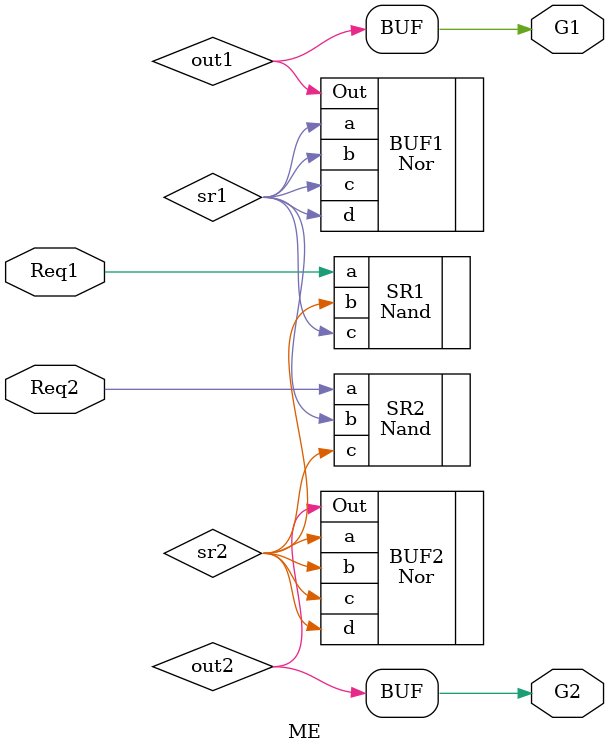
<source format=v>
`timescale 1ns / 1ps
module ME(
    input Req1,
    input Req2,
    output G1,
    output G2
    );

  
  wire sr1, sr2, out1, out2;
  
    Nand SR1 (
    .a(Req1), 
    .b(sr2), 
    .c(sr1)
    );
	 
	 Nand SR2 (
    .a(Req2), 
    .b(sr1), 
    .c(sr2)
    );
	 Nor BUF1 (
    .a(sr1), 
    .b(sr1), 
    .c(sr1), 
    .d(sr1), 
    .Out(out1)
    );
	 
	 Nor BUF2 (
    .a(sr2), 
    .b(sr2), 
    .c(sr2), 
    .d(sr2), 
    .Out(out2)
    );

assign 
G1 = out1,
G2 = out2;


endmodule

</source>
